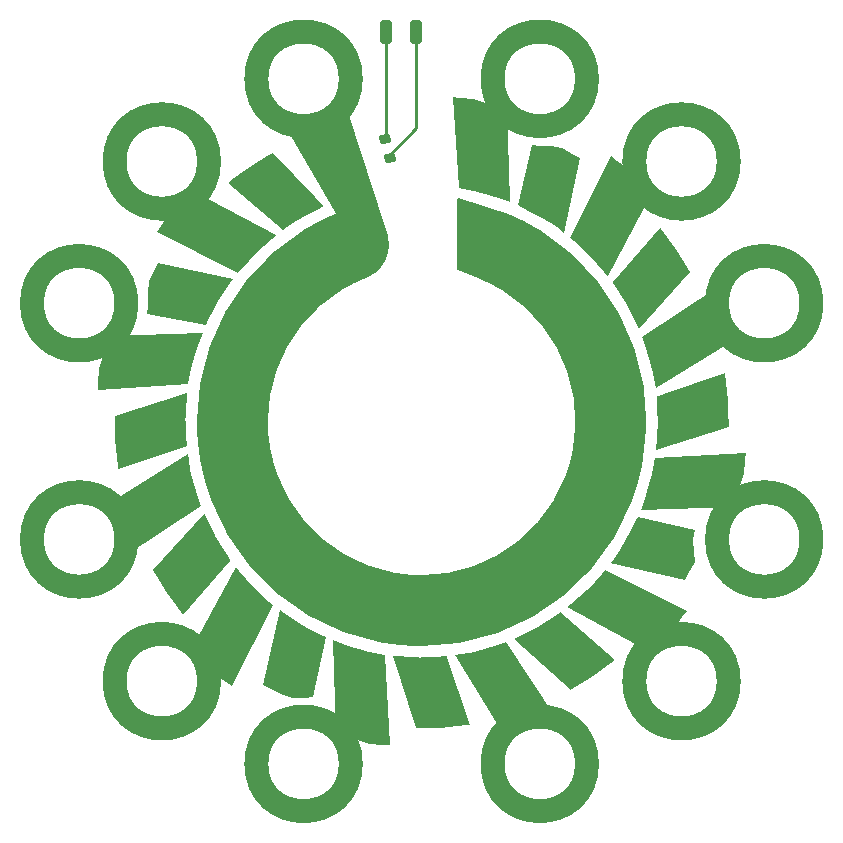
<source format=gbr>
%TF.GenerationSoftware,KiCad,Pcbnew,8.0.1*%
%TF.CreationDate,2024-03-25T08:35:16+01:00*%
%TF.ProjectId,rotary_switch_nv_scanner,726f7461-7279-45f7-9377-697463685f6e,rev?*%
%TF.SameCoordinates,Original*%
%TF.FileFunction,Copper,L1,Top*%
%TF.FilePolarity,Positive*%
%FSLAX46Y46*%
G04 Gerber Fmt 4.6, Leading zero omitted, Abs format (unit mm)*
G04 Created by KiCad (PCBNEW 8.0.1) date 2024-03-25 08:35:16*
%MOMM*%
%LPD*%
G01*
G04 APERTURE LIST*
G04 Aperture macros list*
%AMRoundRect*
0 Rectangle with rounded corners*
0 $1 Rounding radius*
0 $2 $3 $4 $5 $6 $7 $8 $9 X,Y pos of 4 corners*
0 Add a 4 corners polygon primitive as box body*
4,1,4,$2,$3,$4,$5,$6,$7,$8,$9,$2,$3,0*
0 Add four circle primitives for the rounded corners*
1,1,$1+$1,$2,$3*
1,1,$1+$1,$4,$5*
1,1,$1+$1,$6,$7*
1,1,$1+$1,$8,$9*
0 Add four rect primitives between the rounded corners*
20,1,$1+$1,$2,$3,$4,$5,0*
20,1,$1+$1,$4,$5,$6,$7,0*
20,1,$1+$1,$6,$7,$8,$9,0*
20,1,$1+$1,$8,$9,$2,$3,0*%
G04 Aperture macros list end*
%TA.AperFunction,Conductor*%
%ADD10C,0.000000*%
%TD*%
%TA.AperFunction,Conductor*%
%ADD11C,0.200000*%
%TD*%
%TA.AperFunction,Conductor*%
%ADD12C,6.000000*%
%TD*%
%TA.AperFunction,EtchedComponent*%
%ADD13C,2.000000*%
%TD*%
%TA.AperFunction,SMDPad,CuDef*%
%ADD14RoundRect,0.250000X-0.250000X-0.750000X0.250000X-0.750000X0.250000X0.750000X-0.250000X0.750000X0*%
%TD*%
%TA.AperFunction,SMDPad,CuDef*%
%ADD15RoundRect,0.200000X-0.317393X0.122010X-0.213866X-0.264360X0.317393X-0.122010X0.213866X0.264360X0*%
%TD*%
%TA.AperFunction,Conductor*%
%ADD16C,0.250000*%
%TD*%
G04 APERTURE END LIST*
D10*
%TA.AperFunction,Conductor*%
%TO.N,unconnected-(J1-Pin_1-Pad1)*%
G36*
X125149077Y-93562613D02*
G01*
X125149077Y-93562613D01*
G75*
G03*
X125110516Y-98099629I19850923J-2437387D01*
G01*
X119319502Y-100063500D01*
G75*
G02*
X119003960Y-95546239I25680598J4063500D01*
G01*
X119003960Y-95546237D01*
X125149077Y-93562613D01*
G37*
%TD.AperFunction*%
%TA.AperFunction,Conductor*%
%TO.N,unconnected-(J11-Pin_1-Pad1)*%
G36*
X148275581Y-68620034D02*
G01*
X149419211Y-68691503D01*
X150431383Y-69023589D01*
X151496844Y-69212054D01*
X151940214Y-69439217D01*
X152220807Y-69486287D01*
X152492132Y-77456323D01*
X152069561Y-77288372D01*
X151211736Y-76986372D01*
X150341070Y-76723676D01*
X149459364Y-76500826D01*
X148568440Y-76318284D01*
X148119691Y-76244810D01*
X147678121Y-68556341D01*
X148275581Y-68620034D01*
G37*
%TD.AperFunction*%
%TA.AperFunction,Conductor*%
%TO.N,unconnected-(J10-Pin_1-Pad1)*%
G36*
X161526719Y-73926044D02*
G01*
X162481397Y-74559753D01*
X163191921Y-75353434D01*
X164020405Y-76049380D01*
X164290793Y-76467794D01*
X164510259Y-76648854D01*
X160760215Y-83686770D01*
X160478233Y-83330035D01*
X159886335Y-82639583D01*
X159263664Y-81976749D01*
X158611509Y-81342902D01*
X157931217Y-80739354D01*
X157579327Y-80451349D01*
X161041150Y-73572154D01*
X161526719Y-73926044D01*
G37*
%TD.AperFunction*%
%TA.AperFunction,Conductor*%
%TO.N,unconnected-(J1-Pin_1-Pad1)*%
G36*
X170349537Y-85146753D02*
G01*
X170859458Y-86172900D01*
X171077949Y-87215510D01*
X171447464Y-88232459D01*
X171472420Y-88730010D01*
X171571953Y-88996546D01*
X164805362Y-93216538D01*
X164739526Y-92766605D01*
X164572153Y-91872707D01*
X164364321Y-90987340D01*
X164116462Y-90112335D01*
X163829086Y-89249501D01*
X163668342Y-88824137D01*
X170105967Y-84597491D01*
X170349537Y-85146753D01*
G37*
%TD.AperFunction*%
%TA.AperFunction,Conductor*%
G36*
X172379966Y-99275581D02*
G01*
X172308497Y-100419211D01*
X171976411Y-101431383D01*
X171787946Y-102496844D01*
X171560783Y-102940214D01*
X171513713Y-103220807D01*
X163543677Y-103492132D01*
X163711628Y-103069561D01*
X164013628Y-102211736D01*
X164276324Y-101341070D01*
X164499174Y-100459364D01*
X164681716Y-99568440D01*
X164755190Y-99119691D01*
X172443659Y-98678121D01*
X172379966Y-99275581D01*
G37*
%TD.AperFunction*%
%TA.AperFunction,Conductor*%
%TO.N,unconnected-(J7-Pin_1-Pad1)*%
G36*
X167427846Y-112041150D02*
G01*
X167073956Y-112526719D01*
X166440247Y-113481397D01*
X165646566Y-114191921D01*
X164950620Y-115020405D01*
X164532206Y-115290793D01*
X164351146Y-115510259D01*
X157313230Y-111760215D01*
X157669965Y-111478233D01*
X158360417Y-110886335D01*
X159023251Y-110263664D01*
X159657098Y-109611509D01*
X160260646Y-108931217D01*
X160548651Y-108579327D01*
X167427846Y-112041150D01*
G37*
%TD.AperFunction*%
%TA.AperFunction,Conductor*%
%TO.N,unconnected-(J6-Pin_1-Pad1)*%
G36*
X156402509Y-121105967D02*
G01*
X155853247Y-121349537D01*
X154827100Y-121859458D01*
X153784490Y-122077949D01*
X152767541Y-122447464D01*
X152269990Y-122472420D01*
X152003454Y-122571953D01*
X147783462Y-115805362D01*
X148233395Y-115739526D01*
X149127293Y-115572153D01*
X150012660Y-115364321D01*
X150887665Y-115116462D01*
X151750499Y-114829086D01*
X152175863Y-114668342D01*
X156402509Y-121105967D01*
G37*
%TD.AperFunction*%
%TA.AperFunction,Conductor*%
%TO.N,unconnected-(J5-Pin_1-Pad1)*%
G36*
X137930439Y-114711628D02*
G01*
X138788264Y-115013628D01*
X139658930Y-115276324D01*
X140540636Y-115499174D01*
X141431560Y-115681716D01*
X141880309Y-115755190D01*
X142321879Y-123443659D01*
X141724419Y-123379966D01*
X140580789Y-123308497D01*
X139568617Y-122976411D01*
X138503156Y-122787946D01*
X138059786Y-122560783D01*
X137779193Y-122513713D01*
X137507868Y-114543677D01*
X137930439Y-114711628D01*
G37*
%TD.AperFunction*%
%TA.AperFunction,Conductor*%
%TO.N,unconnected-(J4-Pin_1-Pad1)*%
G36*
X129521767Y-108669965D02*
G01*
X130113665Y-109360417D01*
X130736336Y-110023251D01*
X131388491Y-110657098D01*
X132068783Y-111260646D01*
X132420673Y-111548651D01*
X128958850Y-118427846D01*
X128473281Y-118073956D01*
X127518603Y-117440247D01*
X126808079Y-116646566D01*
X125979595Y-115950620D01*
X125709207Y-115532206D01*
X125489741Y-115351146D01*
X129239785Y-108313230D01*
X129521767Y-108669965D01*
G37*
%TD.AperFunction*%
%TA.AperFunction,Conductor*%
%TO.N,unconnected-(J3-Pin_1-Pad1)*%
G36*
X125260474Y-99233395D02*
G01*
X125427847Y-100127293D01*
X125635679Y-101012660D01*
X125883538Y-101887665D01*
X126170914Y-102750499D01*
X126331658Y-103175863D01*
X119894033Y-107402509D01*
X119650463Y-106853247D01*
X119140542Y-105827100D01*
X118922051Y-104784490D01*
X118552536Y-103767541D01*
X118527580Y-103269990D01*
X118428047Y-103003454D01*
X125194638Y-98783462D01*
X125260474Y-99233395D01*
G37*
%TD.AperFunction*%
%TA.AperFunction,Conductor*%
%TO.N,unconnected-(J2-Pin_1-Pad1)*%
G36*
X126288372Y-88930439D02*
G01*
X125986372Y-89788264D01*
X125723676Y-90658930D01*
X125500826Y-91540636D01*
X125318284Y-92431560D01*
X125244810Y-92880309D01*
X117556341Y-93321879D01*
X117620034Y-92724419D01*
X117691503Y-91580789D01*
X118023589Y-90568617D01*
X118212054Y-89503156D01*
X118439217Y-89059786D01*
X118486287Y-88779193D01*
X126456323Y-88507868D01*
X126288372Y-88930439D01*
G37*
%TD.AperFunction*%
%TA.AperFunction,Conductor*%
%TO.N,unconnected-(J1-Pin_1-Pad1)*%
G36*
X132686770Y-80239785D02*
G01*
X132330035Y-80521767D01*
X131639583Y-81113665D01*
X130976749Y-81736336D01*
X130342902Y-82388491D01*
X129739354Y-83068783D01*
X129451349Y-83420673D01*
X122572154Y-79958850D01*
X122926044Y-79473281D01*
X123559753Y-78518603D01*
X124353434Y-77808079D01*
X125049380Y-76979595D01*
X125467794Y-76709207D01*
X125648854Y-76489741D01*
X132686770Y-80239785D01*
G37*
%TD.AperFunction*%
%TA.AperFunction,Conductor*%
G36*
X155005487Y-72665314D02*
G01*
X156015031Y-72670801D01*
X156907418Y-72883463D01*
X157903580Y-73424383D01*
X158390988Y-73713650D01*
X158390990Y-73713651D01*
X157036300Y-80027290D01*
X156671596Y-79755693D01*
X155921165Y-79241962D01*
X155148157Y-78762872D01*
X154354172Y-78319414D01*
X153540851Y-77912503D01*
X153126410Y-77725388D01*
X154319655Y-72637881D01*
X155005487Y-72665314D01*
G37*
%TD.AperFunction*%
D11*
%TO.N,unconnected-(J12-Pin_1-Pad1)*%
X149453354Y-77585453D02*
X152000000Y-78434824D01*
X151316683Y-81859862D01*
X149741256Y-83755457D01*
X148067911Y-83142711D01*
X148059573Y-77214241D01*
X149453354Y-77585453D01*
%TA.AperFunction,Conductor*%
G36*
X149453354Y-77585453D02*
G01*
X152000000Y-78434824D01*
X151316683Y-81859862D01*
X149741256Y-83755457D01*
X148067911Y-83142711D01*
X148059573Y-77214241D01*
X149453354Y-77585453D01*
G37*
%TD.AperFunction*%
D12*
X150979791Y-81126996D02*
G75*
G02*
X139224611Y-81046438I-5979791J-14873004D01*
G01*
D10*
%TA.AperFunction,Conductor*%
%TO.N,unconnected-(J1-Pin_1-Pad1)*%
G36*
X136000000Y-77000000D02*
G01*
X136767808Y-77769930D01*
X135947688Y-78162959D01*
X135146280Y-78592860D01*
X134365241Y-79058743D01*
X133606185Y-79559646D01*
X133236926Y-79825016D01*
X128640656Y-75791787D01*
X129083108Y-75437557D01*
X129994394Y-74763397D01*
X130934194Y-74129594D01*
X131900725Y-73537353D01*
X132394948Y-73259889D01*
X132394950Y-73259888D01*
X136000000Y-77000000D01*
G37*
%TD.AperFunction*%
%TA.AperFunction,Conductor*%
G36*
X133328404Y-112244307D02*
G01*
X134078835Y-112758038D01*
X134851843Y-113237128D01*
X135645828Y-113680586D01*
X136459149Y-114087497D01*
X136873590Y-114274612D01*
X135822999Y-119362119D01*
X135041150Y-119395039D01*
X134041150Y-119403269D01*
X133092582Y-119116537D01*
X132096420Y-118575617D01*
X131609012Y-118286350D01*
X131609010Y-118286349D01*
X132963700Y-111972710D01*
X133328404Y-112244307D01*
G37*
%TD.AperFunction*%
%TA.AperFunction,Conductor*%
G36*
X165208213Y-79640656D02*
G01*
X165208213Y-79640656D01*
G75*
G02*
X167740111Y-83394948I-20208113J-16359244D01*
G01*
X167740112Y-83394950D01*
X163410097Y-88185377D01*
G75*
G03*
X161174984Y-84236926I-18409997J-7814623D01*
G01*
X165208213Y-79640656D01*
G37*
%TD.AperFunction*%
%TA.AperFunction,Conductor*%
G36*
X142562613Y-115850923D02*
G01*
X142562613Y-115850923D01*
G75*
G03*
X147099629Y-115889484I2437387J19850923D01*
G01*
X149063500Y-121680498D01*
G75*
G02*
X144546239Y-121996040I-4063500J25680598D01*
G01*
X144546237Y-121996040D01*
X142562613Y-115850923D01*
G37*
%TD.AperFunction*%
%TA.AperFunction,Conductor*%
G36*
X126589903Y-103814623D02*
G01*
X126589903Y-103814623D01*
G75*
G03*
X128825016Y-107763074I18409997J7814623D01*
G01*
X124791787Y-112359344D01*
G75*
G02*
X122259889Y-108605052I20208113J16359244D01*
G01*
X122259888Y-108605050D01*
X126589903Y-103814623D01*
G37*
%TD.AperFunction*%
%TA.AperFunction,Conductor*%
G36*
X170680498Y-91936500D02*
G01*
X170680498Y-91936500D01*
G75*
G02*
X170996040Y-96453761I-25680598J-4063500D01*
G01*
X170996040Y-96453763D01*
X164850923Y-98437387D01*
G75*
G03*
X164889484Y-93900371I-19850923J2437387D01*
G01*
X170680498Y-91936500D01*
G37*
%TD.AperFunction*%
%TA.AperFunction,Conductor*%
G36*
X129027290Y-83963700D02*
G01*
X128755693Y-84328404D01*
X128241962Y-85078835D01*
X127762872Y-85851843D01*
X127319414Y-86645828D01*
X126912503Y-87459149D01*
X126725388Y-87873590D01*
X121752987Y-86938161D01*
X121802367Y-86234498D01*
X121790022Y-85123450D01*
X121883463Y-84092582D01*
X122424383Y-83096420D01*
X122713650Y-82609012D01*
X122713651Y-82609010D01*
X129027290Y-83963700D01*
G37*
%TD.AperFunction*%
%TA.AperFunction,Conductor*%
G36*
X161359344Y-116208213D02*
G01*
X161359344Y-116208213D01*
G75*
G02*
X157605052Y-118740111I-16359244J20208113D01*
G01*
X157605050Y-118740112D01*
X152814623Y-114410097D01*
G75*
G03*
X156763074Y-112174984I-7814623J18409997D01*
G01*
X161359344Y-116208213D01*
G37*
%TD.AperFunction*%
%TA.AperFunction,Conductor*%
G36*
X168123223Y-105160712D02*
G01*
X168012118Y-106049550D01*
X168061498Y-106938389D01*
X168116537Y-107907418D01*
X167575617Y-108903580D01*
X167286350Y-109390988D01*
X167286349Y-109390990D01*
X160972710Y-108036300D01*
X161244307Y-107671596D01*
X161758038Y-106921165D01*
X162237128Y-106148157D01*
X162680586Y-105354172D01*
X163087497Y-104540851D01*
X163274612Y-104126410D01*
X168123223Y-105160712D01*
G37*
%TD.AperFunction*%
D11*
%TO.N,unconnected-(J12-Pin_1-Pad1)*%
X142050993Y-80344949D02*
X139115220Y-79214093D01*
X137926844Y-78534034D01*
X133101817Y-70223668D01*
X136725467Y-70344087D01*
X138160371Y-68246956D01*
X142050993Y-80344949D01*
%TA.AperFunction,Conductor*%
G36*
X142050993Y-80344949D02*
G01*
X139115220Y-79214093D01*
X137926844Y-78534034D01*
X133101817Y-70223668D01*
X136725467Y-70344087D01*
X138160371Y-68246956D01*
X142050993Y-80344949D01*
G37*
%TD.AperFunction*%
D13*
%TD*%
%TO.C,J11*%
X159000000Y-67000000D02*
G75*
G02*
X151000000Y-67000000I-4000000J0D01*
G01*
X151000000Y-67000000D02*
G75*
G02*
X159000000Y-67000000I4000000J0D01*
G01*
%TO.C,J12*%
X139000000Y-67000000D02*
G75*
G02*
X131000000Y-67000000I-4000000J0D01*
G01*
X131000000Y-67000000D02*
G75*
G02*
X139000000Y-67000000I4000000J0D01*
G01*
%TO.C,J10*%
X171000000Y-74000000D02*
G75*
G02*
X163000000Y-74000000I-4000000J0D01*
G01*
X163000000Y-74000000D02*
G75*
G02*
X171000000Y-74000000I4000000J0D01*
G01*
%TO.C,J9*%
X178000000Y-86000000D02*
G75*
G02*
X170000000Y-86000000I-4000000J0D01*
G01*
X170000000Y-86000000D02*
G75*
G02*
X178000000Y-86000000I4000000J0D01*
G01*
%TO.C,J8*%
X178000000Y-106000000D02*
G75*
G02*
X170000000Y-106000000I-4000000J0D01*
G01*
X170000000Y-106000000D02*
G75*
G02*
X178000000Y-106000000I4000000J0D01*
G01*
%TO.C,J7*%
X171000000Y-118000000D02*
G75*
G02*
X163000000Y-118000000I-4000000J0D01*
G01*
X163000000Y-118000000D02*
G75*
G02*
X171000000Y-118000000I4000000J0D01*
G01*
%TO.C,J6*%
X159000000Y-125000000D02*
G75*
G02*
X151000000Y-125000000I-4000000J0D01*
G01*
X151000000Y-125000000D02*
G75*
G02*
X159000000Y-125000000I4000000J0D01*
G01*
%TO.C,J5*%
X139000000Y-125000000D02*
G75*
G02*
X131000000Y-125000000I-4000000J0D01*
G01*
X131000000Y-125000000D02*
G75*
G02*
X139000000Y-125000000I4000000J0D01*
G01*
%TO.C,J4*%
X127000000Y-118000000D02*
G75*
G02*
X119000000Y-118000000I-4000000J0D01*
G01*
X119000000Y-118000000D02*
G75*
G02*
X127000000Y-118000000I4000000J0D01*
G01*
%TO.C,J3*%
X120000000Y-106000000D02*
G75*
G02*
X112000000Y-106000000I-4000000J0D01*
G01*
X112000000Y-106000000D02*
G75*
G02*
X120000000Y-106000000I4000000J0D01*
G01*
%TO.C,J2*%
X120000000Y-86000000D02*
G75*
G02*
X112000000Y-86000000I-4000000J0D01*
G01*
X112000000Y-86000000D02*
G75*
G02*
X120000000Y-86000000I4000000J0D01*
G01*
%TO.C,J1*%
X127000000Y-74000000D02*
G75*
G02*
X119000000Y-74000000I-4000000J0D01*
G01*
X119000000Y-74000000D02*
G75*
G02*
X127000000Y-74000000I4000000J0D01*
G01*
%TD*%
D14*
%TO.P,J14,1,Pin_1*%
%TO.N,Net-(J14-Pin_1)*%
X144540000Y-63000000D03*
%TD*%
%TO.P,J13,1,Pin_1*%
%TO.N,Net-(J13-Pin_1)*%
X142000000Y-63000000D03*
%TD*%
D15*
%TO.P,R1,1*%
%TO.N,Net-(J13-Pin_1)*%
X141869400Y-72080735D03*
%TO.P,R1,2*%
%TO.N,Net-(J14-Pin_1)*%
X142296450Y-73674511D03*
%TD*%
D16*
%TO.N,Net-(J13-Pin_1)*%
X142000000Y-71927652D02*
X142126102Y-72053754D01*
X142000000Y-63000000D02*
X142000000Y-71927652D01*
%TO.N,Net-(J14-Pin_1)*%
X144540000Y-71201240D02*
X142039748Y-73701492D01*
X144540000Y-63000000D02*
X144540000Y-71201240D01*
%TD*%
M02*

</source>
